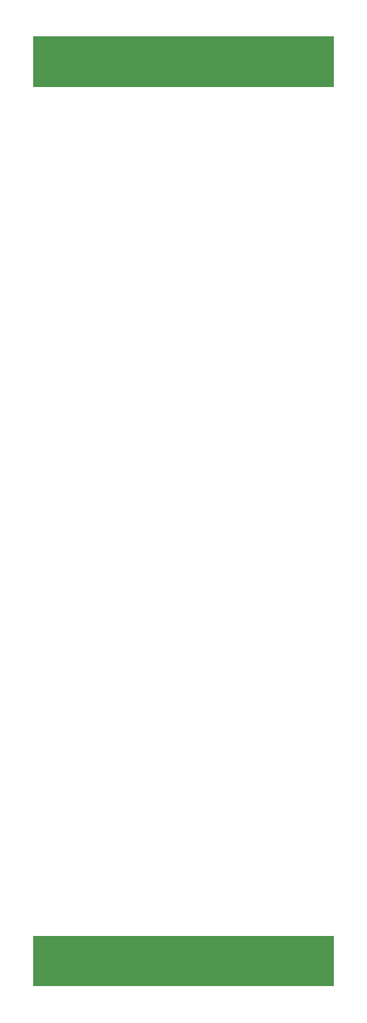
<source format=gbs>
G04 Layer: BottomSolderMaskLayer*
G04 EasyEDA v6.5.29, 2023-07-18 11:26:45*
G04 4862ed4757ed486f9a68419d8781b586,5a6b42c53f6a479593ecc07194224c93,10*
G04 Gerber Generator version 0.2*
G04 Scale: 100 percent, Rotated: No, Reflected: No *
G04 Dimensions in millimeters *
G04 leading zeros omitted , absolute positions ,4 integer and 5 decimal *
%FSLAX45Y45*%
%MOMM*%

%ADD10O,6.6032126X3.4031936000000003*%

%LPD*%
D10*
G01*
X685800Y12573000D03*
G01*
X3378200Y330200D03*
G36*
X0Y12839700D02*
G01*
X4064000Y12839700D01*
X4064000Y12153900D01*
X0Y12153900D01*
G37*
G36*
X0Y673100D02*
G01*
X4064000Y673100D01*
X4064000Y0D01*
X0Y0D01*
G37*
M02*

</source>
